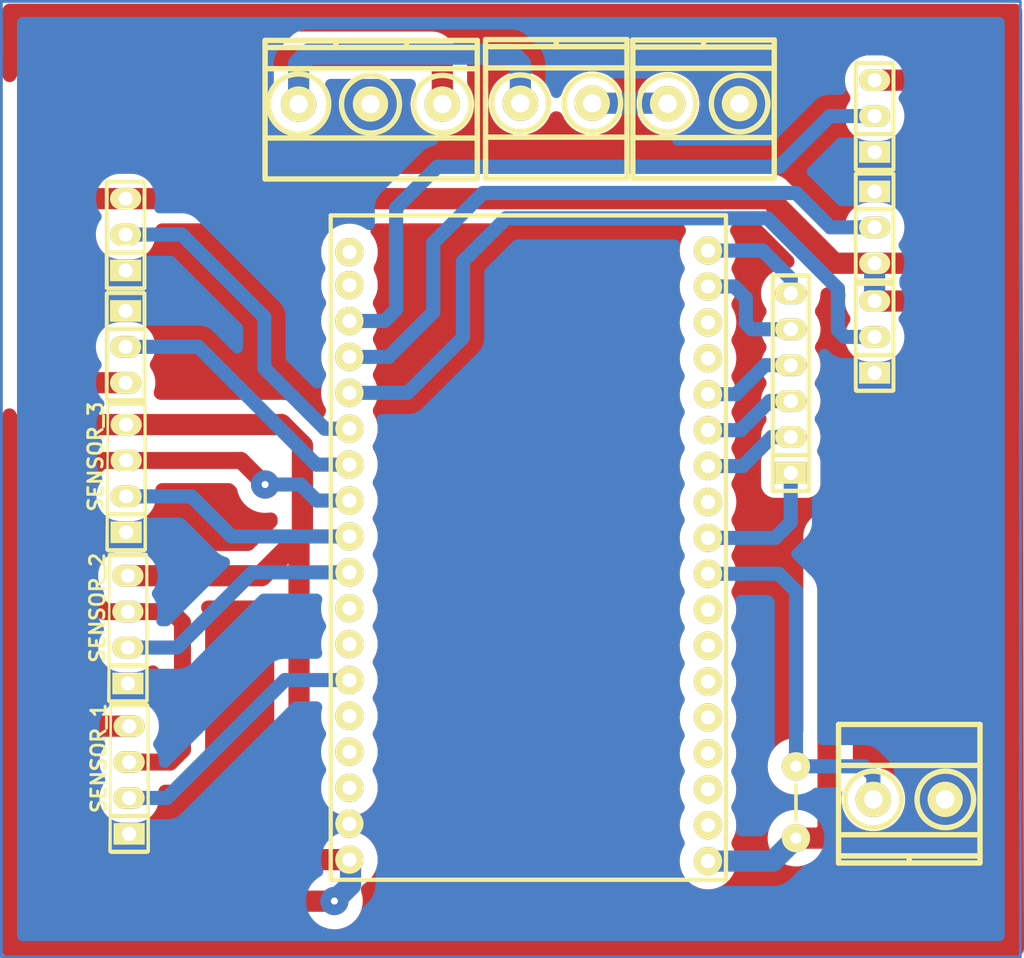
<source format=kicad_pcb>
(kicad_pcb (version 20221018) (generator pcbnew)
  (layers (0 "F.Cu" signal) (31 "B.Cu" signal) (34 "B.Paste" user) (35 "F.Paste" user) (36 "B.SilkS" user "B.Silkscreen") (37 "F.SilkS" user "F.Silkscreen") (38 "B.Mask" user) (39 "F.Mask" user) (44 "Edge.Cuts" user))
  (net 0 "")
  (net 1 "GND")
  (net 2 "Net-(BAT1-Pad2)")
  (net 3 "PIN_ANALOG_1")
  (net 4 "5V ")
  (net 5 "PIN_ANALOG_2")
  (net 6 "PIN_ANALOG_3")
  (net 7 "ENB")
  (net 8 "N4")
  (net 9 "N3")
  (net 10 "N2")
  (net 11 "N1")
  (net 12 "ENA")
  (net 13 "VCC")
  (net 14 "DATO_PULS")
  (net 15 "3,3V")
  (net 16 "ECHO1")
  (net 17 "ECHO2")
  (net 18 "ECHO3")
  (net 19 "DATO_S1")
  (net 20 "DATO_S2")
  (net 35 "TIGGER")
  (footprint "EESTN5:Pin_Header_6" (layer "F.Cu") (at 94.73 88.47 90)
    (fp_text reference "DRIVER1" hide)
    (fp_text value "~" hide)
    (fp_line (start -7.62 -1.27) (end 7.62 -1.27) (stroke (width 0.3048)) (layer "F.SilkS"))
    (fp_line (start -7.62 1.27) (end -7.62 -1.27) (stroke (width 0.3048)) (layer "F.SilkS"))
    (fp_line (start -5.08 -1.27) (end -5.08 1.27) (stroke (width 0.3048)) (layer "F.SilkS"))
    (fp_line (start 7.62 -1.27) (end 7.62 1.27) (stroke (width 0.3048)) (layer "F.SilkS"))
    (fp_line (start 7.62 1.27) (end -7.62 1.27) (stroke (width 0.3048)) (layer "F.SilkS"))
    (pad "1" thru_hole rect (at -6.35 0 90) (size 1.524 2.19964) (drill 1.00076) (layers "*.Cu" "*.Mask" "F.SilkS") (net 7 "ENB"))
    (pad "2" thru_hole oval (at -3.81 0 90) (size 1.524 2.19964) (drill 1.00076) (layers "*.Cu" "*.Mask" "F.SilkS") (net 8 "N4"))
    (pad "3" thru_hole oval (at -1.27 0 90) (size 1.524 2.19964) (drill 1.00076) (layers "*.Cu" "*.Mask" "F.SilkS") (net 9 "N3"))
    (pad "4" thru_hole oval (at 1.27 0 90) (size 1.524 2.19964) (drill 1.00076) (layers "*.Cu" "*.Mask" "F.SilkS") (net 10 "N2"))
    (pad "5" thru_hole oval (at 3.81 0 90) (size 1.524 2.19964) (drill 1.00076) (layers "*.Cu" "*.Mask" "F.SilkS") (net 11 "N1"))
    (pad "6" thru_hole oval (at 6.35 0 90) (size 1.524 2.19964) (drill 1.00076) (layers "*.Cu" "*.Mask" "F.SilkS") (net 12 "ENA"))
  )
  (footprint "EESTN5:Pin_Header_3" (layer "F.Cu") (at 100.66 69.58 90)
    (fp_text reference "CNY70_1" hide)
    (fp_text value "~" hide)
    (fp_line (start -3.81 -1.397) (end 3.81 -1.397) (stroke (width 0.15)) (layer "F.SilkS"))
    (fp_line (start -3.81 1.27) (end -3.81 -1.27) (stroke (width 0.3048)) (layer "F.SilkS"))
    (fp_line (start -1.27 -1.27) (end -1.27 1.27) (stroke (width 0.3048)) (layer "F.SilkS"))
    (fp_line (start 3.683 1.27) (end 3.683 -1.27) (stroke (width 0.15)) (layer "F.SilkS"))
    (fp_line (start 3.81 -1.397) (end 3.81 -1.143) (stroke (width 0.15)) (layer "F.SilkS"))
    (fp_line (start 3.81 -1.27) (end -3.81 -1.27) (stroke (width 0.15)) (layer "F.SilkS"))
    (fp_line (start 3.81 -1.27) (end 3.81 1.27) (stroke (width 0.15)) (layer "F.SilkS"))
    (fp_line (start 3.81 1.016) (end 3.81 1.397) (stroke (width 0.15)) (layer "F.SilkS"))
    (fp_line (start 3.81 1.27) (end -3.81 1.27) (stroke (width 0.15)) (layer "F.SilkS"))
    (fp_line (start 3.81 1.397) (end -3.81 1.397) (stroke (width 0.15)) (layer "F.SilkS"))
    (pad "1" thru_hole rect (at -2.54 0 90) (size 1.524 2.19964) (drill 1.00076) (layers "*.Cu" "*.Mask" "F.SilkS") (net 1 "GND"))
    (pad "2" thru_hole oval (at 0 0 90) (size 1.524 2.19964) (drill 1.00076) (layers "*.Cu" "*.Mask" "F.SilkS") (net 3 "PIN_ANALOG_1"))
    (pad "3" thru_hole oval (at 2.54 0 90) (size 1.524 2.19964) (drill 1.00076) (layers "*.Cu" "*.Mask" "F.SilkS") (net 15 "3,3V"))
  )
  (footprint "EESTN5:BORNERA2" (layer "F.Cu") (at 103.11 117.91)
    (fp_text reference "PULSADOR1" hide)
    (fp_text value "~" hide)
    (fp_line (start -5 -5.3) (end -5 4.5) (stroke (width 0.381)) (layer "F.SilkS"))
    (fp_line (start -5 -2.4) (end 5 -2.4) (stroke (width 0.381)) (layer "F.SilkS"))
    (fp_line (start -5 2.5) (end 5 2.5) (stroke (width 0.381)) (layer "F.SilkS"))
    (fp_line (start -5 4) (end 5 4) (stroke (width 0.381)) (layer "F.SilkS"))
    (fp_line (start -5 4.5) (end 5 4.5) (stroke (width 0.381)) (layer "F.SilkS"))
    (fp_line (start 0 4) (end 0 4.5) (stroke (width 0.381)) (layer "F.SilkS"))
    (fp_line (start 5 -5.3) (end -5 -5.3) (stroke (width 0.381)) (layer "F.SilkS"))
    (fp_line (start 5 4.5) (end 5 -5.3) (stroke (width 0.381)) (layer "F.SilkS"))
    (fp_circle (center -2.55 0) (end -0.55 0) (stroke (width 0.381)) (fill none) (layer "F.SilkS"))
    (fp_circle (center 2.55 0) (end 0.55 0) (stroke (width 0.381)) (fill none) (layer "F.SilkS"))
    (pad "1" thru_hole circle (at -2.54 0) (size 2.5 2.5) (drill 1.3) (layers "*.Cu" "*.Mask" "F.SilkS") (net 14 "DATO_PULS"))
    (pad "2" thru_hole circle (at 2.54 0) (size 2.5 2.5) (drill 1.3) (layers "*.Cu" "*.Mask" "F.SilkS") (net 1 "GND"))
  )
  (footprint "EESTN5:RES0.2" (layer "F.Cu") (at 95.1 118.11 90)
    (fp_text reference "R1" hide)
    (fp_text value "R" hide)
    (fp_line (start -1.27 0) (end 1.27 0) (stroke (width 0.254)) (layer "F.SilkS"))
    (fp_circle (center -2.54 0) (end -2.159 0) (stroke (width 0.3048)) (fill none) (layer "F.SilkS"))
    (pad "1" thru_hole circle (at -2.54 0 90) (size 1.99898 1.99898) (drill 0.8001) (layers "*.Cu" "*.Mask" "F.SilkS") (net 15 "3,3V"))
    (pad "2" thru_hole circle (at 2.54 0 90) (size 1.99898 1.99898) (drill 0.8001) (layers "*.Cu" "*.Mask" "F.SilkS") (net 14 "DATO_PULS"))
  )
  (footprint "EESTN5:Pin_Header_3" (layer "F.Cu") (at 100.66 85.2013 90)
    (fp_text reference "CNY70_3" hide)
    (fp_text value "~" hide)
    (fp_line (start -3.81 -1.397) (end 3.81 -1.397) (stroke (width 0.15)) (layer "F.SilkS"))
    (fp_line (start -3.81 1.27) (end -3.81 -1.27) (stroke (width 0.3048)) (layer "F.SilkS"))
    (fp_line (start -1.27 -1.27) (end -1.27 1.27) (stroke (width 0.3048)) (layer "F.SilkS"))
    (fp_line (start 3.683 1.27) (end 3.683 -1.27) (stroke (width 0.15)) (layer "F.SilkS"))
    (fp_line (start 3.81 -1.397) (end 3.81 -1.143) (stroke (width 0.15)) (layer "F.SilkS"))
    (fp_line (start 3.81 -1.27) (end -3.81 -1.27) (stroke (width 0.15)) (layer "F.SilkS"))
    (fp_line (start 3.81 -1.27) (end 3.81 1.27) (stroke (width 0.15)) (layer "F.SilkS"))
    (fp_line (start 3.81 1.016) (end 3.81 1.397) (stroke (width 0.15)) (layer "F.SilkS"))
    (fp_line (start 3.81 1.27) (end -3.81 1.27) (stroke (width 0.15)) (layer "F.SilkS"))
    (fp_line (start 3.81 1.397) (end -3.81 1.397) (stroke (width 0.15)) (layer "F.SilkS"))
    (pad "1" thru_hole rect (at -2.54 0 90) (size 1.524 2.19964) (drill 1.00076) (layers "*.Cu" "*.Mask" "F.SilkS") (net 1 "GND"))
    (pad "2" thru_hole oval (at 0 0 90) (size 1.524 2.19964) (drill 1.00076) (layers "*.Cu" "*.Mask" "F.SilkS") (net 6 "PIN_ANALOG_3"))
    (pad "3" thru_hole oval (at 2.54 0 90) (size 1.524 2.19964) (drill 1.00076) (layers "*.Cu" "*.Mask" "F.SilkS") (net 15 "3,3V"))
  )
  (footprint "EESTN5:Pin_Header_3" (layer "F.Cu") (at 47.71 85.9 -90)
    (fp_text reference "SHARP_2" hide)
    (fp_text value "~" hide)
    (fp_line (start -3.81 -1.397) (end 3.81 -1.397) (stroke (width 0.15)) (layer "F.SilkS"))
    (fp_line (start -3.81 1.27) (end -3.81 -1.27) (stroke (width 0.3048)) (layer "F.SilkS"))
    (fp_line (start -1.27 -1.27) (end -1.27 1.27) (stroke (width 0.3048)) (layer "F.SilkS"))
    (fp_line (start 3.683 1.27) (end 3.683 -1.27) (stroke (width 0.15)) (layer "F.SilkS"))
    (fp_line (start 3.81 -1.397) (end 3.81 -1.143) (stroke (width 0.15)) (layer "F.SilkS"))
    (fp_line (start 3.81 -1.27) (end -3.81 -1.27) (stroke (width 0.15)) (layer "F.SilkS"))
    (fp_line (start 3.81 -1.27) (end 3.81 1.27) (stroke (width 0.15)) (layer "F.SilkS"))
    (fp_line (start 3.81 1.016) (end 3.81 1.397) (stroke (width 0.15)) (layer "F.SilkS"))
    (fp_line (start 3.81 1.27) (end -3.81 1.27) (stroke (width 0.15)) (layer "F.SilkS"))
    (fp_line (start 3.81 1.397) (end -3.81 1.397) (stroke (width 0.15)) (layer "F.SilkS"))
    (pad "1" thru_hole rect (at -2.54 0 270) (size 1.524 2.19964) (drill 1.00076) (layers "*.Cu" "*.Mask" "F.SilkS") (net 1 "GND"))
    (pad "2" thru_hole oval (at 0 0 270) (size 1.524 2.19964) (drill 1.00076) (layers "*.Cu" "*.Mask" "F.SilkS") (net 20 "DATO_S2"))
    (pad "3" thru_hole oval (at 2.54 0 270) (size 1.524 2.19964) (drill 1.00076) (layers "*.Cu" "*.Mask" "F.SilkS") (net 15 "3,3V"))
  )
  (footprint "LOGO" (layer "F.Cu") (at 76.18 100.1)
    (fp_text reference "" hide)
    (fp_text value "LOGO" hide)
    (fp_poly (pts (xy 1.67665 0) (xy 1.67665 1.67665) (xy 0 1.67665) (xy -1.676651 1.67665) (xy -1.676651 0.737981) (xy -0.337833 0.737981) (xy -0.329393 0.793624) (xy -0.293754 0.820634) (xy -0.262759 0.828862) (xy -0.107828 0.845526) (xy 0.032246 0.823095) (xy 0.057962 0.814581) (xy 0.165917 0.762477) (xy 0.24427 0.687989) (xy 0.307405 0.577378) (xy 0.308222 0.575566) (xy 0.324631 0.534649) (xy 0.337408 0.488999) (xy 0.347182 0.431464) (xy 0.354579 0.354893) (xy 0.360227 0.252134) (xy 0.364752 0.116035) (xy 0.368784 -0.060556) (xy 0.370138 -0.130288) (xy 0.372642 -0.301233) (xy 0.373581 -0.45849) (xy 0.373015 -0.594139) (xy 0.371006 -0.700259) (xy 0.367616 -0.768928) (xy 0.365 -0.788645) (xy 0.347838 -0.831439) (xy 0.314582 -0.847327) (xy 0.255659 -0.846042) (xy 0.16266 -0.838325) (xy 0.150148 -0.175173) (xy 0.146016 0.027421) (xy 0.141845 0.18611) (xy 0.137145 0.307036) (xy 0.131423 0.396342) (xy 0.124192 0.46017) (xy 0.114958 0.504662) (xy 0.103233 0.53596) (xy 0.091792 0.555534) (xy 0.015701 0.62447) (xy -0.094988 0.663476) (xy -0.228119 0.670241) (xy -0.296099 0.667898) (xy -0.327917 0.678223) (xy -0.337283 0.709683) (xy -0.337833 0.737981) (xy -1.676651 0.737981) (xy -1.676651 0) (xy -1.676651 -1.676651) (xy 0 -1.676651) (xy 1.67665 -1.676651)) (fill solid) (layer "F.Cu"))
    (fp_poly (pts (xy -1.110064 -5.452711) (xy -1.06968 -5.438683) (xy -1.039173 -5.410612) (xy -1.017126 -5.364011) (xy -1.002122 -5.294396) (xy -0.992745 -5.197282) (xy -0.987578 -5.068185) (xy -0.985205 -4.902621) (xy -0.984208 -4.696105) (xy -0.983171 -4.444151) (xy -0.983134 -4.437634) (xy -0.977795 -3.490936) (xy -0.645302 -3.490936) (xy -0.312808 -3.490936) (xy -0.306478 -3.94138) (xy -0.303629 -4.118376) (xy -0.298366 -4.251563) (xy -0.287143 -4.347168) (xy -0.266412 -4.411418) (xy -0.232626 -4.450541) (xy -0.182237 -4.470763) (xy -0.111699 -4.478312) (xy -0.017464 -4.479415) (xy 0 -4.479409) (xy 0.098344 -4.478759) (xy 0.172425 -4.472656) (xy 0.225791 -4.454873) (xy 0.261988 -4.419184) (xy 0.284564 -4.35936) (xy 0.297067 -4.269175) (xy 0.303042 -4.142402) (xy 0.306039 -3.972813) (xy 0.306477 -3.94138) (xy 0.312808 -3.490936) (xy 0.645052 -3.490936) (xy 0.977297 -3.490936) (xy 0.982885 -4.43764) (xy 0.984006 -4.690716) (xy 0.985043 -4.898249) (xy 0.987412 -5.064725) (xy 0.992531 -5.194628) (xy 1.001818 -5.292442) (xy 1.016691 -5.362653) (xy 1.038568 -5.409744) (xy 1.068867 -5.4382) (xy 1.109005 -5.452507) (xy 1.1604 -5.457148) (xy 1.22447 -5.456607) (xy 1.302632 -5.455371) (xy 1.304644 -5.45537) (xy 1.411888 -5.454179) (xy 1.480744 -5.448935) (xy 1.522847 -5.437128) (xy 1.549836 -5.416249) (xy 1.56262 -5.399752) (xy 1.572856 -5.379535) (xy 1.581168 -5.347802) (xy 1.587749 -5.299703) (xy 1.59279 -5.230386) (xy 1.596481 -5.135) (xy 1.599014 -5.008693) (xy 1.600579 -4.846614) (xy 1.60137 -4.643912) (xy 1.601576 -4.411279) (xy 1.601576 -3.478424) (xy 1.939409 -3.478424) (xy 2.277241 -3.478424) (xy 2.277241 -3.939961) (xy 2.277447 -4.117284) (xy 2.280479 -4.25078) (xy 2.289961 -4.346664) (xy 2.309518 -4.411151) (xy 2.342772 -4.450456) (xy 2.393347 -4.470796) (xy 2.464866 -4.478385) (xy 2.560954 -4.479439) (xy 2.591739 -4.479409) (xy 2.68467 -4.479018) (xy 2.754937 -4.473755) (xy 2.805705 -4.457487) (xy 2.840139 -4.424082) (xy 2.861405 -4.367406) (xy 2.872669 -4.281327) (xy 2.877096 -4.159712) (xy 2.87785 -3.996427) (xy 2.877832 -3.925101) (xy 2.877832 -3.462321) (xy 3.007877 -3.403548) (xy 3.159853 -3.310157) (xy 3.294975 -3.179492) (xy 3.400333 -3.024176) (xy 3.404855 -3.015468) (xy 3.468832 -2.890345) (xy 3.929002 -2.883505) (xy 4.108321 -2.880648) (xy 4.243762 -2.875924) (xy 4.341477 -2.866043) (xy 4.407617 -2.847712) (xy 4.448332 -2.817639) (xy 4.469775 -2.772533) (xy 4.478095 -2.709101) (xy 4.479445 -2.624052) (xy 4.479409 -2.588943) (xy 4.478876 -2.486842) (xy 4.473127 -2.409934) (xy 4.455938 -2.354543) (xy 4.421084 -2.31699) (xy 4.362339 -2.293597) (xy 4.273479 -2.280687) (xy 4.148278 -2.274582) (xy 3.980513 -2.271603) (xy 3.941379 -2.27106) (xy 3.490936 -2.264729) (xy 3.483953 -1.933153) (xy 3.476971 -1.601577) (xy 4.410553 -1.601577) (xy 4.656091 -1.601343) (xy 4.856432 -1.600514) (xy 5.016423 -1.5989) (xy 5.140914 -1.596309) (xy 5.234755 -1.59255) (xy 5.302795 -1.587432) (xy 5.349883 -1.580765) (xy 5.380868 -1.572357) (xy 5.399752 -1.562621) (xy 5.426042 -1.539883) (xy 5.442466 -1.509033) (xy 5.451302 -1.458912) (xy 5.454832 -1.37836) (xy 5.455369 -1.290414) (xy 5.453546 -1.173622) (xy 5.447042 -1.09675) (xy 5.434307 -1.049767) (xy 5.414006 -1.022818) (xy 5.393864 -1.013572) (xy 5.354844 -1.005891) (xy 5.292606 -0.999596) (xy 5.202811 -0.994509) (xy 5.081117 -0.99045) (xy 4.923185 -0.987241) (xy 4.724674 -0.984702) (xy 4.481245 -0.982655) (xy 4.431789 -0.982321) (xy 3.490936 -0.976169) (xy 3.490936 -0.644489) (xy 3.490936 -0.312808) (xy 3.941379 -0.306478) (xy 4.118375 -0.303629) (xy 4.251562 -0.298366) (xy 4.347167 -0.287143) (xy 4.411418 -0.266412) (xy 4.45054 -0.232626) (xy 4.470762 -0.182237) (xy 4.478311 -0.111699) (xy 4.479414 -0.017464) (xy 4.479409 0) (xy 4.478758 0.098344) (xy 4.472655 0.172425) (xy 4.454873 0.225791) (xy 4.419183 0.261988) (xy 4.35936 0.284564) (xy 4.269175 0.297067) (xy 4.142402 0.303042) (xy 3.972813 0.306039) (xy 3.941379 0.306477) (xy 3.490936 0.312808) (xy 3.490936 0.647309) (xy 3.490936 0.981811) (xy 4.404335 0.978518) (xy 4.658595 0.978018) (xy 4.866977 0.978609) (xy 5.033642 0.980414) (xy 5.162752 0.983558) (xy 5.258469 0.988164) (xy 5.324954 0.994356) (xy 5.366369 1.002258) (xy 5.380295 1.007544) (xy 5.40956 1.025732) (xy 5.428391 1.050873) (xy 5.439575 1.093708) (xy 5.445901 1.164981) (xy 5.450156 1.275436) (xy 5.450203 1.276927) (xy 5.453689 1.356597) (xy 5.455815 1.422115) (xy 5.452187 1.474858) (xy 5.438412 1.5162) (xy 5.410098 1.547517) (xy 5.362851 1.570184) (xy 5.292277 1.585578) (xy 5.193984 1.595073) (xy 5.063579 1.600045) (xy 4.896669 1.60187) (xy 4.68886 1.601923) (xy 4.43576 1.601579) (xy 4.413348 1.601576) (xy 3.476971 1.601576) (xy 3.483953 1.933152) (xy 3.490936 2.264729) (xy 3.941379 2.271059) (xy 4.118387 2.273854) (xy 4.251587 2.279042) (xy 4.347205 2.2903) (xy 4.411464 2.311306) (xy 4.450591 2.345738) (xy 4.470809 2.397275) (xy 4.478344 2.469593) (xy 4.47942 2.566372) (xy 4.479409 2.588943) (xy 4.479039 2.68225) (xy 4.47383 2.752798) (xy 4.45763 2.803881) (xy 4.424289 2.838789) (xy 4.367654 2.860816) (xy 4.281575 2.873252) (xy 4.1599 2.879389) (xy 3.996479 2.882521) (xy 3.929002 2.883505) (xy 3.468832 2.890345) (xy 3.404855 3.015468) (xy 3.296732 3.176845) (xy 3.153681 3.315567) (xy 3.015468 3.404855) (xy 2.890345 3.468832) (xy 2.883505 3.929002) (xy 2.880635 4.108316) (xy 2.875894 4.243753) (xy 2.866021 4.341463) (xy 2.847755 4.407599) (xy 2.817836 4.448313) (xy 2.773001 4.469757) (xy 2.70999 4.478082) (xy 2.625542 4.479441) (xy 2.591739 4.479409) (xy 2.488359 4.479056) (xy 2.410531 4.473855) (xy 2.354631 4.45759) (xy 2.317036 4.424045) (xy 2.294121 4.367006) (xy 2.282263 4.280256) (xy 2.277838 4.157581) (xy 2.277224 3.992765) (xy 2.277241 3.93996) (xy 2.277241 3.478423) (xy 1.939409 3.478423) (xy 1.601576 3.478423) (xy 1.601576 4.411279) (xy 1.601342 4.656717) (xy 1.600512 4.856958) (xy 1.598896 5.016855) (xy 1.596302 5.141258) (xy 1.592539 5.235018) (xy 1.587415 5.302988) (xy 1.58074 5.350017) (xy 1.572323 5.380959) (xy 1.56262 5.399752) (xy 1.539005 5.426773) (xy 1.506759 5.443325) (xy 1.454245 5.451917) (xy 1.369827 5.455057) (xy 1.304644 5.455369) (xy 1.22611 5.45657) (xy 1.161706 5.457181) (xy 1.110021 5.452719) (xy 1.069641 5.438699) (xy 1.039155 5.410635) (xy 1.017149 5.364044) (xy 1.002212 5.29444) (xy 0.992929 5.19734) (xy 0.98789 5.068257) (xy 0.985681 4.902707) (xy 0.984889 4.696207) (xy 0.984102 4.44427) (xy 0.984072 4.437621) (xy 0.979671 3.490936) (xy 0.646239 3.490936) (xy 0.312808 3.490936) (xy 0.306477 3.941379) (xy 0.303628 4.118375) (xy 0.298366 4.251562) (xy 0.287143 4.347167) (xy 0.266412 4.411418) (xy 0.232625 4.45054) (xy 0.182237 4.470762) (xy 0.111698 4.478311) (xy 0.017463 4.479414) (xy 0 4.479409) (xy -0.098344 4.478758) (xy -0.172426 4.472655) (xy -0.225791 4.454873) (xy -0.261989 4.419183) (xy -0.284565 4.35936) (xy -0.297067 4.269175) (xy -0.303043 4.142402) (xy -0.306039 3.972813) (xy -0.306478 3.941379) (xy -0.312808 3.490936) (xy -0.645302 3.490936) (xy -0.977795 3.490936) (xy -0.983134 4.437633) (xy -0.984189 4.690711) (xy -0.985171 4.898246) (xy -0.987496 5.064723) (xy -0.992581 5.194627) (xy -1.001842 5.292442) (xy -1.016697 5.362653) (xy -1.038562 5.409744) (xy -1.068853 5.438201) (xy -1.108989 5.452507) (xy -1.160384 5.457148) (xy -1.224457 5.456607) (xy -1.302623 5.45537) (xy -1.304645 5.455369) (xy -1.411889 5.454179) (xy -1.480744 5.448934) (xy -1.522848 5.437127) (xy -1.549837 5.416249) (xy -1.562621 5.399752) (xy -1.572856 5.379534) (xy -1.581169 5.347802) (xy -1.58775 5.299702) (xy -1.59279 5.230385) (xy -1.596481 5.134999) (xy -1.599014 5.008692) (xy -1.60058 4.846613) (xy -1.60137 4.643911) (xy -1.601577 4.411279) (xy -1.601577 3.478423) (xy -1.939409 3.478423) (xy -2.277242 3.478423) (xy -2.277242 3.928867) (xy -2.277607 4.10819) (xy -2.281006 4.243625) (xy -2.290894 4.341328) (xy -2.310728 4.407459) (xy -2.343962 4.448174) (xy -2.394053 4.469634) (xy -2.464456 4.477995) (xy -2.558626 4.479416) (xy -2.586171 4.479409) (xy -2.680917 4.479072) (xy -2.752557 4.473976) (xy -2.804318 4.457988) (xy -2.839426 4.424977) (xy -2.861107 4.368811) (xy -2.872589 4.283358) (xy -2.877096 4.162486) (xy -2.877856 4.000065) (xy -2.877833 3.925101) (xy -2.877833 3.46232) (xy -3.007877 3.403548) (xy -3.159853 3.310156) (xy -3.294975 3.179492) (xy -3.400333 3.024175) (xy -3.404855 3.015468) (xy -3.468833 2.890345) (xy -3.929002 2.883505) (xy -4.108321 2.880647) (xy -4.243763 2.875924) (xy -4.341478 2.866043) (xy -4.407618 2.847712) (xy -4.448333 2.817639) (xy -4.469775 2.772533) (xy -4.475153 2.731534) (xy -2.877833 2.731534) (xy -2.804684 2.804683) (xy -2.731535 2.877832) (xy 0 2.877832) (xy 2.731534 2.877832) (xy 2.804683 2.804683) (xy 2.877832 2.731534) (xy 2.877832 0) (xy 2.877832 -2.731535) (xy 2.804683 -2.804684) (xy 2.731534 -2.877833) (xy 0 -2.877833) (xy -2.731535 -2.877833) (xy -2.804684 -2.804684) (xy -2.877833 -2.731535) (xy -2.877833 0) (xy -2.877833 2.731534) (xy -4.475153 2.731534) (xy -4.478096 2.709101) (xy -4.479445 2.624051) (xy -4.479409 2.588943) (xy -4.478876 2.486841) (xy -4.473128 2.409934) (xy -4.455939 2.354543) (xy -4.421084 2.31699) (xy -4.36234 2.293597) (xy -4.273479 2.280687) (xy -4.148279 2.274581) (xy -3.980513 2.271602) (xy -3.94138 2.271059) (xy -3.490936 2.264729) (xy -3.483954 1.933152) (xy -3.476971 1.601576) (xy -4.410553 1.601576) (xy -4.656092 1.601342) (xy -4.856432 1.600514) (xy -5.016423 1.598899) (xy -5.140915 1.596308) (xy -5.234756 1.592549) (xy -5.302796 1.587431) (xy -5.349884 1.580764) (xy -5.380869 1.572356) (xy -5.399752 1.56262) (xy -5.426043 1.539882) (xy -5.442466 1.509033) (xy -5.451303 1.458912) (xy -5.454833 1.37836) (xy -5.45537 1.290413) (xy -5.453547 1.17363) (xy -5.447046 1.096764) (xy -5.434313 1.049783) (xy -5.413998 1.022818) (xy -5.393913 1.013582) (xy -5.355055 1.005926) (xy -5.293077 0.999674) (xy -5.20363 0.99465) (xy -5.082366 0.990677) (xy -4.924938 0.987578) (xy -4.726997 0.985179) (xy -4.484196 0.983301) (xy -4.431781 0.982984) (xy -3.490936 0.977496) (xy -3.490936 0.645152) (xy -3.490936 0.312808) (xy -3.94138 0.306477) (xy -4.118376 0.303628) (xy -4.251563 0.298366) (xy -4.347168 0.287143) (xy -4.411418 0.266412) (xy -4.450541 0.232625) (xy -4.470763 0.182237) (xy -4.478312 0.111698) (xy -4.479415 0.017463) (xy -4.479409 0) (xy -4.478759 -0.098344) (xy -4.472656 -0.172426) (xy -4.454873 -0.225791) (xy -4.419184 -0.261989) (xy -4.35936 -0.284565) (xy -4.269175 -0.297067) (xy -4.142402 -0.303043) (xy -3.972813 -0.306039) (xy -3.94138 -0.306478) (xy -3.490936 -0.312808) (xy -3.490936 -0.646171) (xy -3.490936 -0.979533) (xy -4.404335 -0.977655) (xy -4.659984 -0.977565) (xy -4.869633 -0.978527) (xy -5.037324 -0.980668) (xy -5.1671 -0.984112) (xy -5.263 -0.988983) (xy -5.329068 -0.995408) (xy -5.369344 -1.00351) (xy -5.380296 -1.007821) (xy -5.409558 -1.025867) (xy -5.428386 -1.050889) (xy -5.439569 -1.093616) (xy -5.445893 -1.164781) (xy -5.450147 -1.275113) (xy -5.450203 -1.276927) (xy -5.453689 -1.356597) (xy -5.455815 -1.422116) (xy -5.452187 -1.474858) (xy -5.438413 -1.5162) (xy -5.410098 -1.547517) (xy -5.362851 -1.570185) (xy -5.292278 -1.585578) (xy -5.193985 -1.595074) (xy -5.06358 -1.600046) (xy -4.89667 -1.60187) (xy -4.688861 -1.601923) (xy -4.43576 -1.60158) (xy -4.413349 -1.601577) (xy -3.476971 -1.601577) (xy -3.483954 -1.933153) (xy -3.490936 -2.264729) (xy -3.949711 -2.277242) (xy -4.125181 -2.282155) (xy -4.256915 -2.288487) (xy -4.351173 -2.299947) (xy -4.414216 -2.320243) (xy -4.452304 -2.353082) (xy -4.471697 -2.402171) (xy -4.478657 -2.471219) (xy -4.479443 -2.563934) (xy -4.479409 -2.590954) (xy -4.479019 -2.683604) (xy -4.473749 -2.753657) (xy -4.457447 -2.804383) (xy -4.42396 -2.839051) (xy -4.367138 -2.86093) (xy -4.280829 -2.873292) (xy -4.15888 -2.879405) (xy -3.995141 -2.882539) (xy -3.929002 -2.883505) (xy -3.468833 -2.890345) (xy -3.404855 -3.015468) (xy -3.298063 -3.175185) (xy -3.157303 -3.312191) (xy -3.015337 -3.40335) (xy -2.890345 -3.465912) (xy -2.883505 -3.927542) (xy -2.880644 -4.107126) (xy -2.875928 -4.242824) (xy -2.866108 -4.340779) (xy -2.847937 -4.407135) (xy -2.818167 -4.448036) (xy -2.77355 -4.469625) (xy -2.710836 -4.478046) (xy -2.62678 -4.479443) (xy -2.591739 -4.479409) (xy -2.48836 -4.479057) (xy -2.410532 -4.473855) (xy -2.354632 -4.45759) (xy -2.317036 -4.424046) (xy -2.294121 -4.367006) (xy -2.282263 -4.280257) (xy -2.277839 -4.157581) (xy -2.277224 -3.992765) (xy -2.277242 -3.939961) (xy -2.277242 -3.478424) (xy -1.939409 -3.478424) (xy -1.601577 -3.478424) (xy -1.601577 -4.411279) (xy -1.601343 -4.656717) (xy -1.600513 -4.856959) (xy -1.598897 -5.016855) (xy -1.596303 -5.141258) (xy -1.592539 -5.235019) (xy -1.587416 -5.302988) (xy -1.580741 -5.350018) (xy -1.572323 -5.380959) (xy -1.562621 -5.399752) (xy -1.539005 -5.426774) (xy -1.506759 -5.443326) (xy -1.454246 -5.451918) (xy -1.369828 -5.455058) (xy -1.304645 -5.45537) (xy -1.22613 -5.456569) (xy -1.161742 -5.457178)) (fill solid) (layer "F.Cu"))
  )
  (footprint "EESTN5:BORNERA2" (layer "F.Cu") (at 78.155 68.67 180)
    (fp_text reference "SWICH1" hide)
    (fp_text value "~" hide)
    (fp_line (start -5 -5.3) (end -5 4.5) (stroke (width 0.381)) (layer "F.SilkS"))
    (fp_line (start -5 -2.4) (end 5 -2.4) (stroke (width 0.381)) (layer "F.SilkS"))
    (fp_line (start -5 2.5) (end 5 2.5) (stroke (width 0.381)) (layer "F.SilkS"))
    (fp_line (start -5 4) (end 5 4) (stroke (width 0.381)) (layer "F.SilkS"))
    (fp_line (start -5 4.5) (end 5 4.5) (stroke (width 0.381)) (layer "F.SilkS"))
    (fp_line (start 0 4) (end 0 4.5) (stroke (width 0.381)) (layer "F.SilkS"))
    (fp_line (start 5 -5.3) (end -5 -5.3) (stroke (width 0.381)) (layer "F.SilkS"))
    (fp_line (start 5 4.5) (end 5 -5.3) (stroke (width 0.381)) (layer "F.SilkS"))
    (fp_circle (center -2.55 0) (end -0.55 0) (stroke (width 0.381)) (fill none) (layer "F.SilkS"))
    (fp_circle (center 2.55 0) (end 0.55 0) (stroke (width 0.381)) (fill none) (layer "F.SilkS"))
    (pad "1" thru_hole circle (at -2.54 0 180) (size 2.5 2.5) (drill 1.3) (layers "*.Cu" "*.Mask" "F.SilkS") (net 2 "Net-(BAT1-Pad2)"))
    (pad "2" thru_hole circle (at 2.54 0 180) (size 2.5 2.5) (drill 1.3) (layers "*.Cu" "*.Mask" "F.SilkS") (net 13 "VCC"))
  )
  (footprint "EESTN5:Pin_Header_3" (layer "F.Cu") (at 100.66 77.4487 -90)
    (fp_text reference "CNY70_2" hide)
    (fp_text value "~" hide)
    (fp_line (start -3.81 -1.397) (end 3.81 -1.397) (stroke (width 0.15)) (layer "F.SilkS"))
    (fp_line (start -3.81 1.27) (end -3.81 -1.27) (stroke (width 0.3048)) (layer "F.SilkS"))
    (fp_line (start -1.27 -1.27) (end -1.27 1.27) (stroke (width 0.3048)) (layer "F.SilkS"))
    (fp_line (start 3.683 1.27) (end 3.683 -1.27) (stroke (width 0.15)) (layer "F.SilkS"))
    (fp_line (start 3.81 -1.397) (end 3.81 -1.143) (stroke (width 0.15)) (layer "F.SilkS"))
    (fp_line (start 3.81 -1.27) (end -3.81 -1.27) (stroke (width 0.15)) (layer "F.SilkS"))
    (fp_line (start 3.81 -1.27) (end 3.81 1.27) (stroke (width 0.15)) (layer "F.SilkS"))
    (fp_line (start 3.81 1.016) (end 3.81 1.397) (stroke (width 0.15)) (layer "F.SilkS"))
    (fp_line (start 3.81 1.27) (end -3.81 1.27) (stroke (width 0.15)) (layer "F.SilkS"))
    (fp_line (start 3.81 1.397) (end -3.81 1.397) (stroke (width 0.15)) (layer "F.SilkS"))
    (pad "1" thru_hole rect (at -2.54 0 270) (size 1.524 2.19964) (drill 1.00076) (layers "*.Cu" "*.Mask" "F.SilkS") (net 1 "GND"))
    (pad "2" thru_hole oval (at 0 0 270) (size 1.524 2.19964) (drill 1.00076) (layers "*.Cu" "*.Mask" "F.SilkS") (net 5 "PIN_ANALOG_2"))
    (pad "3" thru_hole oval (at 2.54 0 270) (size 1.524 2.19964) (drill 1.00076) (layers "*.Cu" "*.Mask" "F.SilkS") (net 15 "3,3V"))
  )
  (footprint "EESTN5:Pin_Header_1x4" (layer "F.Cu") (at 47.75 93.94 90)
    (fp_text reference "SENSOR_3" (at 0.27 -2.159 90) (layer "F.SilkS") (effects (font (size 1.016 1.016) (thickness 0.2032))))
    (fp_text value "~" hide)
    (fp_line (start -6.35 1.27) (end -6.35 -1.27) (stroke (width 0.3048)) (layer "F.SilkS"))
    (fp_line (start -6.33 -1.4) (end 4.0132 -1.27) (stroke (width 0.15)) (layer "F.SilkS"))
    (fp_line (start -3.81 -1.27) (end -3.81 1.27) (stroke (width 0.3048)) (layer "F.SilkS"))
    (fp_line (start 3.9116 1.3) (end -6.33 1.3) (stroke (width 0.15)) (layer "F.SilkS"))
    (fp_line (start 3.9116 1.3716) (end -6.33 1.4) (stroke (width 0.15)) (layer "F.SilkS"))
    (fp_line (start 4.0132 -1.3208) (end -6.23 -1.3) (stroke (width 0.15)) (layer "F.SilkS"))
    (fp_line (start 4.0132 1.27) (end 4.0132 -1.27) (stroke (width 0.3048)) (layer "F.SilkS"))
    (pad "1" thru_hole rect (at -5.08 0 90) (size 1.524 2.19964) (drill 1.00076) (layers "*.Cu" "*.Mask" "F.SilkS") (net 1 "GND"))
    (pad "2" thru_hole oval (at -2.54 0 90) (size 1.524 2.19964) (drill 1.00076) (layers "*.Cu" "*.Mask" "F.SilkS") (net 18 "ECHO3"))
    (pad "3" thru_hole oval (at 0 0 90) (size 1.524 2.19964) (drill 1.00076) (layers "*.Cu" "*.Mask" "F.SilkS") (net 35 "TIGGER"))
    (pad "4" thru_hole oval (at 2.54 0 90) (size 1.524 2.19964) (drill 1.00076) (layers "*.Cu" "*.Mask" "F.SilkS") (net 4 "5V "))
  )
  (footprint "EESTN5:BORNERA3" (layer "F.Cu") (at 65.02 68.73 180)
    (fp_text reference "PUENT_H1" hide)
    (fp_text value "\\" hide)
    (fp_line (start -7.55 -5.3) (end -7.55 4.5) (stroke (width 0.381)) (layer "F.SilkS"))
    (fp_line (start -7.55 -2.4) (end 7.45 -2.4) (stroke (width 0.381)) (layer "F.SilkS"))
    (fp_line (start -7.55 2.5) (end 7.45 2.5) (stroke (width 0.381)) (layer "F.SilkS"))
    (fp_line (start -7.55 4) (end 7.45 4) (stroke (width 0.381)) (layer "F.SilkS"))
    (fp_line (start -7.55 4.5) (end 7.45 4.5) (stroke (width 0.381)) (layer "F.SilkS"))
    (fp_line (start -2.55 4) (end -2.55 4.5) (stroke (width 0.381)) (layer "F.SilkS"))
    (fp_line (start 2.45 4) (end 2.45 4.5) (stroke (width 0.381)) (layer "F.SilkS"))
    (fp_line (start 7.45 -5.3) (end -7.55 -5.3) (stroke (width 0.381)) (layer "F.SilkS"))
    (fp_line (start 7.45 4.5) (end 7.45 -5.3) (stroke (width 0.381)) (layer "F.SilkS"))
    (fp_circle (center -5.08 0) (end -3.05 0) (stroke (width 0.381)) (fill none) (layer "F.SilkS"))
    (fp_circle (center 0 0) (end -2.05 0) (stroke (width 0.381)) (fill none) (layer "F.SilkS"))
    (fp_circle (center 5.08 0) (end 2.95 0) (stroke (width 0.381)) (fill none) (layer "F.SilkS"))
    (pad "1" thru_hole circle (at -5.08 0 180) (size 2.5 2.5) (drill 1.3) (layers "*.Cu" "*.Mask" "F.SilkS") (net 4 "5V "))
    (pad "2" thru_hole circle (at 0 0 180) (size 2.5 2.5) (drill 1.3) (layers "*.Cu" "*.Mask" "F.SilkS") (net 1 "GND"))
    (pad "3" thru_hole circle (at 5.08 0 180) (size 2.5 2.5) (drill 1.3) (layers "*.Cu" "*.Mask" "F.SilkS") (net 13 "VCC"))
  )
  (footprint "EESTN5:Pin_Header_1x4" (layer "F.Cu") (at 47.96 115.27 90)
    (fp_text reference "SENSOR_1" (at 0.27 -2.159 90) (layer "F.SilkS") (effects (font (size 1.016 1.016) (thickness 0.2032))))
    (fp_text value "~" hide)
    (fp_line (start -6.35 1.27) (end -6.35 -1.27) (stroke (width 0.3048)) (layer "F.SilkS"))
    (fp_line (start -6.33 -1.4) (end 4.0132 -1.27) (stroke (width 0.15)) (layer "F.SilkS"))
    (fp_line (start -3.81 -1.27) (end -3.81 1.27) (stroke (width 0.3048)) (layer "F.SilkS"))
    (fp_line (start 3.9116 1.3) (end -6.33 1.3) (stroke (width 0.15)) (layer "F.SilkS"))
    (fp_line (start 3.9116 1.3716) (end -6.33 1.4) (stroke (width 0.15)) (layer "F.SilkS"))
    (fp_line (start 4.0132 -1.3208) (end -6.23 -1.3) (stroke (width 0.15)) (layer "F.SilkS"))
    (fp_line (start 4.0132 1.27) (end 4.0132 -1.27) (stroke (width 0.3048)) (layer "F.SilkS"))
    (pad "1" thru_hole rect (at -5.08 0 90) (size 1.524 2.19964) (drill 1.00076) (layers "*.Cu" "*.Mask" "F.SilkS") (net 1 "GND"))
    (pad "2" thru_hole oval (at -2.54 0 90) (size 1.524 2.19964) (drill 1.00076) (layers "*.Cu" "*.Mask" "F.SilkS") (net 16 "ECHO1"))
    (pad "3" thru_hole oval (at 0 0 90) (size 1.524 2.19964) (drill 1.00076) (layers "*.Cu" "*.Mask" "F.SilkS") (net 35 "TIGGER"))
    (pad "4" thru_hole oval (at 2.54 0 90) (size 1.524 2.19964) (drill 1.00076) (layers "*.Cu" "*.Mask" "F.SilkS") (net 4 "5V "))
  )
  (footprint "EESTN5:Pin_Header_1x4" (layer "F.Cu") (at 47.87 104.6316 90)
    (fp_text reference "SENSOR_2" (at 0.27 -2.159 90) (layer "F.SilkS") (effects (font (size 1.016 1.016) (thickness 0.2032))))
    (fp_text value "~" hide)
    (fp_line (start -6.35 1.27) (end -6.35 -1.27) (stroke (width 0.3048)) (layer "F.SilkS"))
    (fp_line (start -6.33 -1.4) (end 4.0132 -1.27) (stroke (width 0.15)) (layer "F.SilkS"))
    (fp_line (start -3.81 -1.27) (end -3.81 1.27) (stroke (width 0.3048)) (layer "F.SilkS"))
    (fp_line (start 3.9116 1.3) (end -6.33 1.3) (stroke (width 0.15)) (layer "F.SilkS"))
    (fp_line (start 3.9116 1.3716) (end -6.33 1.4) (stroke (width 0.15)) (layer "F.SilkS"))
    (fp_line (start 4.0132 -1.3208) (end -6.23 -1.3) (stroke (width 0.15)) (layer "F.SilkS"))
    (fp_line (start 4.0132 1.27) (end 4.0132 -1.27) (stroke (width 0.3048)) (layer "F.SilkS"))
    (pad "1" thru_hole rect (at -5.08 0 90) (size 1.524 2.19964) (drill 1.00076) (layers "*.Cu" "*.Mask" "F.SilkS") (net 1 "GND"))
    (pad "2" thru_hole oval (at -2.54 0 90) (size 1.524 2.19964) (drill 1.00076) (layers "*.Cu" "*.Mask" "F.SilkS") (net 17 "ECHO2"))
    (pad "3" thru_hole oval (at 0 0 90) (size 1.524 2.19964) (drill 1.00076) (layers "*.Cu" "*.Mask" "F.SilkS") (net 35 "TIGGER"))
    (pad "4" thru_hole oval (at 2.54 0 90) (size 1.524 2.19964) (drill 1.00076) (layers "*.Cu" "*.Mask" "F.SilkS") (net 4 "5V "))
  )
  (footprint "EESTN5:Pin_Header_3" (layer "F.Cu") (at 47.71 77.96 90)
    (fp_text reference "SHARP_1" hide)
    (fp_text value "~" hide)
    (fp_line (start -3.81 -1.397) (end 3.81 -1.397) (stroke (width 0.15)) (layer "F.SilkS"))
    (fp_line (start -3.81 1.27) (end -3.81 -1.27) (stroke (width 0.3048)) (layer "F.SilkS"))
    (fp_line (start -1.27 -1.27) (end -1.27 1.27) (stroke (width 0.3048)) (layer "F.SilkS"))
    (fp_line (start 3.683 1.27) (end 3.683 -1.27) (stroke (width 0.15)) (layer "F.SilkS"))
    (fp_line (start 3.81 -1.397) (end 3.81 -1.143) (stroke (width 0.15)) (layer "F.SilkS"))
    (fp_line (start 3.81 -1.27) (end -3.81 -1.27) (stroke (width 0.15)) (layer "F.SilkS"))
    (fp_line (start 3.81 -1.27) (end 3.81 1.27) (stroke (width 0.15)) (layer "F.SilkS"))
    (fp_line (start 3.81 1.016) (end 3.81 1.397) (stroke (width 0.15)) (layer "F.SilkS"))
    (fp_line (start 3.81 1.27) (end -3.81 1.27) (stroke (width 0.15)) (layer "F.SilkS"))
    (fp_line (start 3.81 1.397) (end -3.81 1.397) (stroke (width 0.15)) (layer "F.SilkS"))
    (pad "1" thru_hole rect (at -2.54 0 90) (size 1.524 2.19964) (drill 1.00076) (layers "*.Cu" "*.Mask" "F.SilkS") (net 1 "GND"))
    (pad "2" thru_hole oval (at 0 0 90) (size 1.524 2.19964) (drill 1.00076) (layers "*.Cu" "*.Mask" "F.SilkS") (net 19 "DATO_S1"))
    (pad "3" thru_hole oval (at 2.54 0 90) (size 1.524 2.19964) (drill 1.00076) (layers "*.Cu" "*.Mask" "F.SilkS") (net 15 "3,3V"))
  )
  (footprint "EESTN5:ESP32_DEVKIT_V1_DOIT" (layer "F.Cu") (at 76.18 99.465 -90)
    (fp_text reference "U1" hide)
    (fp_text value "ESP32_DevKit_V1_DOIT" hide)
    (fp_line (start -22.86 -13.97) (end -22.86 13.97) (stroke (width 0.3048)) (layer "F.SilkS"))
    (fp_line (start -22.86 -13.97) (end 24.13 -13.97) (stroke (width 0.3048)) (layer "F.SilkS"))
    (fp_line (start 24.13 13.97) (end -22.86 13.97) (stroke (width 0.3048)) (layer "F.SilkS"))
    (fp_line (start 24.13 13.97) (end 24.13 -13.97) (stroke (width 0.3048)) (layer "F.SilkS"))
    (pad "1" thru_hole circle (at -20.2692 12.6492 90) (size 2 2) (drill 1) (layers "*.Cu" "*.Mask" "F.SilkS"))
    (pad "2" thru_hole circle (at -17.9324 12.6492 90) (size 2 2) (drill 1) (layers "*.Cu" "*.Mask" "F.SilkS"))
    (pad "3" thru_hole circle (at -15.3924 12.6492 90) (size 2 2) (drill 1) (layers "*.Cu" "*.Mask" "F.SilkS") (net 3 "PIN_ANALOG_1"))
    (pad "4" thru_hole circle (at -12.8524 12.6492 90) (size 2 2) (drill 1) (layers "*.Cu" "*.Mask" "F.SilkS") (net 5 "PIN_ANALOG_2"))
    (pad "5" thru_hole circle (at -10.3124 12.6492 90) (size 2 2) (drill 1) (layers "*.Cu" "*.Mask" "F.SilkS") (net 6 "PIN_ANALOG_3"))
    (pad "6" thru_hole circle (at -7.7724 12.6492 90) (size 2 2) (drill 1) (layers "*.Cu" "*.Mask" "F.SilkS") (net 19 "DATO_S1"))
    (pad "7" thru_hole circle (at -5.2324 12.6492 90) (size 2 2) (drill 1) (layers "*.Cu" "*.Mask" "F.SilkS") (net 20 "DATO_S2"))
    (pad "8" thru_hole circle (at -2.6924 12.6492 90) (size 2 2) (drill 1) (layers "*.Cu" "*.Mask" "F.SilkS") (net 35 "TIGGER"))
    (pad "9" thru_hole circle (at -0.1524 12.6492 90) (size 2 2) (drill 1) (layers "*.Cu" "*.Mask" "F.SilkS") (net 18 "ECHO3"))
    (pad "10" thru_hole circle (at 2.3876 12.6492 90) (size 2 2) (drill 1) (layers "*.Cu" "*.Mask" "F.SilkS") (net 17 "ECHO2"))
    (pad "11" thru_hole circle (at 4.9276 12.6492 90) (size 2 2) (drill 1) (layers "*.Cu" "*.Mask" "F.SilkS"))
    (pad "12" thru_hole circle (at 7.4676 12.6492 90) (size 2 2) (drill 1) (layers "*.Cu" "*.Mask" "F.SilkS"))
    (pad "13" thru_hole circle (at 10.0076 12.6492 90) (size 2 2) (drill 1) (layers "*.Cu" "*.Mask" "F.SilkS") (net 16 "ECHO1"))
    (pad "14" thru_hole circle (at 12.5476 12.6492 90) (size 2 2) (drill 1) (layers "*.Cu" "*.Mask" "F.SilkS"))
    (pad "15" thru_hole circle (at 15.0876 12.6492 90) (size 2 2) (drill 1) (layers "*.Cu" "*.Mask" "F.SilkS"))
    (pad "16" thru_hole circle (at 17.6276 12.6492 90) (size 2 2) (drill 1) (layers "*.Cu" "*.Mask" "F.SilkS"))
    (pad "17" thru_hole circle (at 20.1676 12.6492 90) (size 2 2) (drill 1) (layers "*.Cu" "*.Mask" "F.SilkS") (net 1 "GND"))
    (pad "18" thru_hole circle (at 22.7076 12.6492 90) (size 2 2) (drill 1) (layers "*.Cu" "*.Mask" "F.SilkS") (net 4 "5V "))
    (pad "19" thru_hole circle (at 22.8092 -12.7 90) (size 2 2) (drill 1) (layers "*.Cu" "*.Mask" "F.SilkS") (net 15 "3,3V"))
    (pad "20" thru_hole circle (at 20.2692 -12.7 90) (size 2 2) (drill 1) (layers "*.Cu" "*.Mask" "F.SilkS"))
    (pad "21" thru_hole circle (at 17.7292 -12.7 90) (size 2 2) (drill 1) (layers "*.Cu" "*.Mask" "F.SilkS"))
    (pad "22" thru_hole circle (at 15.1892 -12.7 90) (size 2 2) (drill 1) (layers "*.Cu" "*.Mask" "F.SilkS"))
    (pad "23" thru_hole circle (at 12.6492 -12.7 90) (size 2 2) (drill 1) (layers "*.Cu" "*.Mask" "F.SilkS"))
    (pad "24" thru_hole circle (at 10.1092 -12.7 90) (size 2 2) (drill 1) (layers "*.Cu" "*.Mask" "F.SilkS"))
    (pad "25" thru_hole circle (at 7.5692 -12.7 90) (size 2 2) (drill 1) (layers "*.Cu" "*.Mask" "F.SilkS"))
    (pad "26" thru_hole circle (at 5.0292 -12.7 90) (size 2 2) (drill 1) (layers "*.Cu" "*.Mask" "F.SilkS"))
    (pad "27" thru_hole circle (at 2.4892 -12.7 90) (size 2 2) (drill 1) (layers "*.Cu" "*.Mask" "F.SilkS") (net 14 "DATO_PULS"))
    (pad "28" thru_hole circle (at -0.0508 -12.7 90) (size 2 2) (drill 1) (layers "*.Cu" "*.Mask" "F.SilkS") (net 7 "ENB"))
    (pad "29" thru_hole circle (at -2.5908 -12.7 90) (size 2 2) (drill 1) (layers "*.Cu" "*.Mask" "F.SilkS"))
    (pad "30" thru_hole circle (at -5.1308 -12.7 90) (size 2 2) (drill 1) (layers "*.Cu" "*.Mask" "F.SilkS") (net 8 "N4"))
    (pad "31" thru_hole circle (at -7.6708 -12.7 90) (size 2 2) (drill 1) (layers "*.Cu" "*.Mask" "F.SilkS") (net 9 "N3"))
    (pad "32" thru_hole circle (at -10.2108 -12.7 90) (size 2 2) (drill 1) (layers "*.Cu" "*.Mask" "F.SilkS") (net 10 "N2"))
    (pad "33" thru_hole circle (at -12.7508 -12.7 90) (size 2 2) (drill 1) (layers "*.Cu" "*.Mask" "F.SilkS"))
    (pad "34" thru_hole circle (at -15.2908 -12.7 90) (size 2 2) (drill 1) (layers "*.Cu" "*.Mask" "F.SilkS"))
    (pad "35" thru_hole circle (at -17.8308 -12.7 90) (size 2 2) (drill 1) (layers "*.Cu" "*.Mask" "F.SilkS") (net 11 "N1"))
    (pad "36" thru_hole circle (at -20.3708 -12.7 90) (size 2 2) (drill 1) (layers "*.Cu" "*.Mask" "F.SilkS") (net 12 "ENA"))
  )
  (footprint "EESTN5:BORNERA2" (layer "F.Cu") (at 88.565 68.7 180)
    (fp_text reference "BAT1" hide)
    (fp_text value "~" hide)
    (fp_line (start -5 -5.3) (end -5 4.5) (stroke (width 0.381)) (layer "F.SilkS"))
    (fp_line (start -5 -2.4) (end 5 -2.4) (stroke (width 0.381)) (layer "F.SilkS"))
    (fp_line (start -5 2.5) (end 5 2.5) (stroke (width 0.381)) (layer "F.SilkS"))
    (fp_line (start -5 4) (end 5 4) (stroke (width 0.381)) (layer "F.SilkS"))
    (fp_line (start -5 4.5) (end 5 4.5) (stroke (width 0.381)) (layer "F.SilkS"))
    (fp_line (start 0 4) (end 0 4.5) (stroke (width 0.381)) (layer "F.SilkS"))
    (fp_line (start 5 -5.3) (end -5 -5.3) (stroke (width 0.381)) (layer "F.SilkS"))
    (fp_line (start 5 4.5) (end 5 -5.3) (stroke (width 0.381)) (layer "F.SilkS"))
    (fp_circle (center -2.55 0) (end -0.55 0) (stroke (width 0.381)) (fill none) (layer "F.SilkS"))
    (fp_circle (center 2.55 0) (end 0.55 0) (stroke (width 0.381)) (fill none) (layer "F.SilkS"))
    (pad "1" thru_hole circle (at -2.54 0 180) (size 2.5 2.5) (drill 1.3) (layers "*.Cu" "*.Mask" "F.SilkS") (net 1 "GND"))
    (pad "2" thru_hole circle (at 2.54 0 180) (size 2.5 2.5) (drill 1.3) (layers "*.Cu" "*.Mask" "F.SilkS") (net 2 "Net-(BAT1-Pad2)"))
  )
  (gr_rect (start 38.93 61.47) (end 110.96 129.04) (stroke (width 0.2)) (fill none) (layer "B.Cu"))
  (segment (start 85.995 68.67) (end 86.025 68.7) (width 1) (layer "B.Cu") (net 2))
  (segment (start 80.695 68.67) (end 85.995 68.67) (width 1.5) (layer "B.Cu") (net 2))
  (segment (start 66.0174 84.0726) (end 66.83 83.26) (width 1) (layer "B.Cu") (net 3))
  (segment (start 66.83 83.26) (end 66.83 76.09) (width 1) (layer "B.Cu") (net 3))
  (segment (start 63.5308 84.0726) (end 66.0174 84.0726) (width 1) (layer "B.Cu") (net 3))
  (segment (start 66.83 76.09) (end 69.76 73.16) (width 1) (layer "B.Cu") (net 3))
  (segment (start 93.91 73.16) (end 97.49 69.58) (width 1) (layer "B.Cu") (net 3))
  (segment (start 69.76 73.16) (end 93.91 73.16) (width 1) (layer "B.Cu") (net 3))
  (segment (start 97.49 69.58) (end 100.66 69.58) (width 1) (layer "B.Cu") (net 3))
  (segment (start 62.48 125.11) (end 62.47 125.1) (width 0.75) (layer "F.Cu") (net 4))
  (segment (start 43.12 91.4) (end 41.56 89.84) (width 1.5) (layer "F.Cu") (net 4))
  (segment (start 59.97 99.42) (end 57.2984 102.0916) (width 1.5) (layer "F.Cu") (net 4))
  (segment (start 59.97 99.42) (end 59.97 121.31) (width 1.5) (layer "F.Cu") (net 4))
  (segment (start 42.95 113.77) (end 42.95 123.77) (width 1.5) (layer "F.Cu") (net 4))
  (segment (start 47.96 112.73) (end 43.99 112.73) (width 1.5) (layer "F.Cu") (net 4))
  (segment (start 41.56 89.84) (end 41.56 67.61) (width 1.5) (layer "F.Cu") (net 4))
  (segment (start 47.75 91.4) (end 43.12 91.4) (width 1.5) (layer "F.Cu") (net 4))
  (segment (start 44.29 125.11) (end 62.48 125.11) (width 1.5) (layer "F.Cu") (net 4))
  (segment (start 70.1 66.13) (end 70.1 68.73) (width 1.5) (layer "F.Cu") (net 4))
  (segment (start 60.21 99.18) (end 59.97 99.42) (width 1.5) (layer "F.Cu") (net 4))
  (segment (start 69.32 65.35) (end 70.1 66.13) (width 1.5) (layer "F.Cu") (net 4))
  (segment (start 57.2984 102.0916) (end 47.87 102.0916) (width 1.5) (layer "F.Cu") (net 4))
  (segment (start 58.72 91.4) (end 60.21 92.89) (width 1.5) (layer "F.Cu") (net 4))
  (segment (start 60.8326 122.1726) (end 63.5308 122.1726) (width 1.5) (layer "F.Cu") (net 4))
  (segment (start 60.21 92.89) (end 60.21 99.18) (width 1.5) (layer "F.Cu") (net 4))
  (segment (start 47.75 91.4) (end 58.72 91.4) (width 1.5) (layer "F.Cu") (net 4))
  (segment (start 43.99 112.73) (end 42.95 113.77) (width 1.5) (layer "F.Cu") (net 4))
  (segment (start 43.82 65.35) (end 69.32 65.35) (width 1.5) (layer "F.Cu") (net 4))
  (segment (start 59.97 121.31) (end 60.8326 122.1726) (width 1.5) (layer "F.Cu") (net 4))
  (segment (start 42.95 123.77) (end 44.29 125.11) (width 1.5) (layer "F.Cu") (net 4))
  (segment (start 41.56 67.61) (end 43.82 65.35) (width 1.5) (layer "F.Cu") (net 4))
  (via (at 62.47 125.1) (size 2) (drill 0.5) (layers "F.Cu" "B.Cu") (net 4))
  (segment (start 63.61 123.96) (end 63.61 122.2518) (width 1.5) (layer "B.Cu") (net 4))
  (segment (start 62.47 125.1) (end 63.61 123.96) (width 1.5) (layer "B.Cu") (net 4))
  (segment (start 63.61 122.2518) (end 63.5308 122.1726) (width 1.5) (layer "B.Cu") (net 4))
  (segment (start 95.1 75.02) (end 97.5287 77.4487) (width 1) (layer "B.Cu") (net 5))
  (segment (start 69.46 83.45) (end 69.46 78.54) (width 1) (layer "B.Cu") (net 5))
  (segment (start 66.2974 86.6126) (end 69.46 83.45) (width 1) (layer "B.Cu") (net 5))
  (segment (start 69.46 78.54) (end 72.98 75.02) (width 1) (layer "B.Cu") (net 5))
  (segment (start 72.98 75.02) (end 95.1 75.02) (width 1) (layer "B.Cu") (net 5))
  (segment (start 97.5287 77.4487) (end 100.66 77.4487) (width 1) (layer "B.Cu") (net 5))
  (segment (start 63.5308 86.6126) (end 66.2974 86.6126) (width 1) (layer "B.Cu") (net 5))
  (segment (start 71.56 79.86) (end 71.56 85.24) (width 1) (layer "B.Cu") (net 6))
  (segment (start 100.66 85.2013) (end 98.5513 85.2013) (width 1) (layer "B.Cu") (net 6))
  (segment (start 98.07 84.72) (end 98.07 81.79) (width 1) (layer "B.Cu") (net 6))
  (segment (start 67.6474 89.1526) (end 63.5308 89.1526) (width 1) (layer "B.Cu") (net 6))
  (segment (start 74.61 76.81) (end 71.56 79.86) (width 1) (layer "B.Cu") (net 6))
  (segment (start 71.56 85.24) (end 67.6474 89.1526) (width 1) (layer "B.Cu") (net 6))
  (segment (start 93.09 76.81) (end 74.61 76.81) (width 1) (layer "B.Cu") (net 6))
  (segment (start 98.07 81.79) (end 93.09 76.81) (width 1) (layer "B.Cu") (net 6))
  (segment (start 98.5513 85.2013) (end 98.07 84.72) (width 1) (layer "B.Cu") (net 6))
  (segment (start 93.6258 99.4142) (end 94.73 98.31) (width 1) (layer "B.Cu") (net 7))
  (segment (start 88.88 99.4142) (end 93.6258 99.4142) (width 1) (layer "B.Cu") (net 7))
  (segment (start 94.73 98.31) (end 94.73 94.82) (width 1) (layer "B.Cu") (net 7))
  (segment (start 88.88 94.3342) (end 91.3358 94.3342) (width 1) (layer "B.Cu") (net 8))
  (segment (start 91.3358 94.3342) (end 93.39 92.28) (width 1) (layer "B.Cu") (net 8))
  (segment (start 93.39 92.28) (end 94.73 92.28) (width 1) (layer "B.Cu") (net 8))
  (segment (start 91.1858 91.7942) (end 88.88 91.7942) (width 1) (layer "B.Cu") (net 9))
  (segment (start 94.73 89.74) (end 93.24 89.74) (width 1) (layer "B.Cu") (net 9))
  (segment (start 93.24 89.74) (end 91.1858 91.7942) (width 1) (layer "B.Cu") (net 9))
  (segment (start 88.88 89.2542) (end 90.8558 89.2542) (width 1) (layer "B.Cu") (net 10))
  (segment (start 92.91 87.2) (end 94.73 87.2) (width 1) (layer "B.Cu") (net 10))
  (segment (start 90.8558 89.2542) (end 92.91 87.2) (width 1) (layer "B.Cu") (net 10))
  (segment (start 91.56 82.45) (end 90.7442 81.6342) (width 1) (layer "B.Cu") (net 11))
  (segment (start 91.98 84.66) (end 91.56 84.24) (width 1) (layer "B.Cu") (net 11))
  (segment (start 90.7442 81.6342) (end 88.88 81.6342) (width 1) (layer "B.Cu") (net 11))
  (segment (start 94.73 84.66) (end 91.98 84.66) (width 1) (layer "B.Cu") (net 11))
  (segment (start 91.56 84.24) (end 91.56 82.45) (width 1) (layer "B.Cu") (net 11))
  (segment (start 94.73 81.08) (end 94.73 82.12) (width 1) (layer "B.Cu") (net 12))
  (segment (start 92.7442 79.0942) (end 94.73 81.08) (width 1) (layer "B.Cu") (net 12))
  (segment (start 88.88 79.0942) (end 92.7442 79.0942) (width 1) (layer "B.Cu") (net 12))
  (segment (start 59.94 68.73) (end 59.94 65.89) (width 1.5) (layer "B.Cu") (net 13))
  (segment (start 60.63 65.2) (end 74.92 65.2) (width 1.5) (layer "B.Cu") (net 13))
  (segment (start 75.615 65.895) (end 75.615 68.67) (width 1.5) (layer "B.Cu") (net 13))
  (segment (start 59.94 65.89) (end 60.63 65.2) (width 1.5) (layer "B.Cu") (net 13))
  (segment (start 74.92 65.2) (end 75.615 65.895) (width 1.5) (layer "B.Cu") (net 13))
  (segment (start 88.88 101.9542) (end 93.8842 101.9542) (width 1) (layer "B.Cu") (net 14))
  (segment (start 99.91 115.57) (end 100.57 116.23) (width 1) (layer "B.Cu") (net 14))
  (segment (start 93.8842 101.9542) (end 95.1 103.17) (width 1) (layer "B.Cu") (net 14))
  (segment (start 100.57 116.23) (end 100.57 117.91) (width 1) (layer "B.Cu") (net 14))
  (segment (start 95.1 115.57) (end 99.91 115.57) (width 1) (layer "B.Cu") (net 14))
  (segment (start 95.1 103.17) (end 95.1 115.57) (width 1) (layer "B.Cu") (net 14))
  (segment (start 104.62 79.26) (end 103.8913 79.9887) (width 1.5) (layer "F.Cu") (net 15))
  (segment (start 104.08 83.61) (end 103.1313 82.6613) (width 1.5) (layer "F.Cu") (net 15))
  (segment (start 103.1313 82.6613) (end 100.66 82.6613) (width 1.5) (layer "F.Cu") (net 15))
  (segment (start 97.8087 79.9887) (end 93.24 75.42) (width 1.5) (layer "F.Cu") (net 15))
  (segment (start 44.28 76.31) (end 45.17 75.42) (width 1.5) (layer "F.Cu") (net 15))
  (segment (start 47.71 88.44) (end 45.41 88.44) (width 1.5) (layer "F.Cu") (net 15))
  (segment (start 96.85 120.65) (end 97.37 120.13) (width 1.5) (layer "F.Cu") (net 15))
  (segment (start 104.62 67.99) (end 104.62 79.26) (width 1.5) (layer "F.Cu") (net 15))
  (segment (start 103.8913 79.9887) (end 100.66 79.9887) (width 1.5) (layer "F.Cu") (net 15))
  (segment (start 97.37 99.32) (end 104.08 92.61) (width 1.5) (layer "F.Cu") (net 15))
  (segment (start 95.1 120.65) (end 96.85 120.65) (width 1.5) (layer "F.Cu") (net 15))
  (segment (start 100.66 79.9887) (end 97.8087 79.9887) (width 1.5) (layer "F.Cu") (net 15))
  (segment (start 103.67 67.04) (end 104.62 67.99) (width 1.5) (layer "F.Cu") (net 15))
  (segment (start 93.24 75.42) (end 47.71 75.42) (width 1.5) (layer "F.Cu") (net 15))
  (segment (start 100.66 67.04) (end 103.67 67.04) (width 1.5) (layer "F.Cu") (net 15))
  (segment (start 45.17 75.42) (end 47.71 75.42) (width 1.5) (layer "F.Cu") (net 15))
  (segment (start 44.28 87.31) (end 44.28 76.31) (width 1.5) (layer "F.Cu") (net 15))
  (segment (start 45.41 88.44) (end 44.28 87.31) (width 1.5) (layer "F.Cu") (net 15))
  (segment (start 104.08 92.61) (end 104.08 83.61) (width 1.5) (layer "F.Cu") (net 15))
  (segment (start 97.37 120.13) (end 97.37 99.32) (width 1.5) (layer "F.Cu") (net 15))
  (segment (start 100.66 82.6613) (end 100.66 79.9887) (width 1.5) (layer "B.Cu") (net 15))
  (segment (start 93.4758 122.2742) (end 95.1 120.65) (width 1.5) (layer "B.Cu") (net 15))
  (segment (start 88.88 122.2742) (end 93.4758 122.2742) (width 1.5) (layer "B.Cu") (net 15))
  (segment (start 47.96 117.81) (end 50.63 117.81) (width 1) (layer "B.Cu") (net 16))
  (segment (start 50.63 117.81) (end 58.9674 109.4726) (width 1) (layer "B.Cu") (net 16))
  (segment (start 58.9674 109.4726) (end 63.5308 109.4726) (width 1) (layer "B.Cu") (net 16))
  (segment (start 56.6774 101.8526) (end 63.5308 101.8526) (width 1) (layer "B.Cu") (net 17))
  (segment (start 51.3584 107.1716) (end 56.6774 101.8526) (width 1) (layer "B.Cu") (net 17))
  (segment (start 47.87 107.1716) (end 51.3584 107.1716) (width 1) (layer "B.Cu") (net 17))
  (segment (start 52.37 96.48) (end 55.2026 99.3126) (width 1) (layer "B.Cu") (net 18))
  (segment (start 47.75 96.48) (end 52.37 96.48) (width 1) (layer "B.Cu") (net 18))
  (segment (start 55.2026 99.3126) (end 63.5308 99.3126) (width 1) (layer "B.Cu") (net 18))
  (segment (start 47.71 77.96) (end 51.68 77.96) (width 1) (layer "B.Cu") (net 19))
  (segment (start 51.68 77.96) (end 57.51 83.79) (width 1) (layer "B.Cu") (net 19))
  (segment (start 61.7926 91.6926) (end 63.5308 91.6926) (width 1) (layer "B.Cu") (net 19))
  (segment (start 57.51 83.79) (end 57.51 87.41) (width 1) (layer "B.Cu") (net 19))
  (segment (start 57.51 87.41) (end 61.7926 91.6926) (width 1) (layer "B.Cu") (net 19))
  (segment (start 52.85 85.9) (end 61.1826 94.2326) (width 1) (layer "B.Cu") (net 20))
  (segment (start 61.1826 94.2326) (end 63.5308 94.2326) (width 1) (layer "B.Cu") (net 20))
  (segment (start 47.71 85.9) (end 52.85 85.9) (width 1) (layer "B.Cu") (net 20))
  (segment (start 50.85 115.27) (end 51.73 114.39) (width 1.2) (layer "F.Cu") (net 35))
  (segment (start 44.79 103.1932) (end 46.2284 104.6316) (width 1.2) (layer "F.Cu") (net 35))
  (segment (start 55.87 93.94) (end 47.75 93.94) (width 1.2) (layer "F.Cu") (net 35))
  (segment (start 47.96 115.27) (end 50.85 115.27) (width 1.2) (layer "F.Cu") (net 35))
  (segment (start 46.2284 104.6316) (end 47.87 104.6316) (width 1.2) (layer "F.Cu") (net 35))
  (segment (start 51.73 114.39) (end 51.73 105.4) (width 1.2) (layer "F.Cu") (net 35))
  (segment (start 51.73 105.4) (end 50.9616 104.6316) (width 1.2) (layer "F.Cu") (net 35))
  (segment (start 47.75 93.94) (end 45.99 93.94) (width 1.2) (layer "F.Cu") (net 35))
  (segment (start 57.57 95.64) (end 55.87 93.94) (width 1.2) (layer "F.Cu") (net 35))
  (segment (start 44.79 95.14) (end 44.79 103.1932) (width 1.2) (layer "F.Cu") (net 35))
  (segment (start 50.9616 104.6316) (end 47.87 104.6316) (width 1.2) (layer "F.Cu") (net 35))
  (segment (start 45.99 93.94) (end 44.79 95.14) (width 1.2) (layer "F.Cu") (net 35))
  (via (at 57.57 95.64) (size 2) (drill 0.5) (layers "F.Cu" "B.Cu") (net 35))
  (segment (start 61.2126 96.7726) (end 63.5308 96.7726) (width 1) (layer "B.Cu") (net 35))
  (segment (start 57.57 95.64) (end 60.08 95.64) (width 1) (layer "B.Cu") (net 35))
  (segment (start 60.08 95.64) (end 61.2126 96.7726) (width 1) (layer "B.Cu") (net 35))
  (zone (net 1) (net_name "GND") (layer "F.Cu") (priority 1) (connect_pads yes (clearance 1)) (min_thickness 1) (fill yes (thermal_gap 1) (thermal_bridge_width 1))
    (polygon (pts (xy 39.01 61.63) (xy 111.09 61.64) (xy 111.22 128.97) (xy 39.1 129.15) (xy 38.99 129.1)))
  )
  (zone (net 1) (net_name "GND") (layer "B.Cu") (connect_pads yes (clearance 1)) (min_thickness 0.8) (fill yes (thermal_gap 0.8) (thermal_bridge_width 0.8))
    (polygon (pts (xy 38.93 61.47) (xy 110.96 61.47) (xy 110.96 129.04) (xy 38.93 129.04)))
  )
)
</source>
